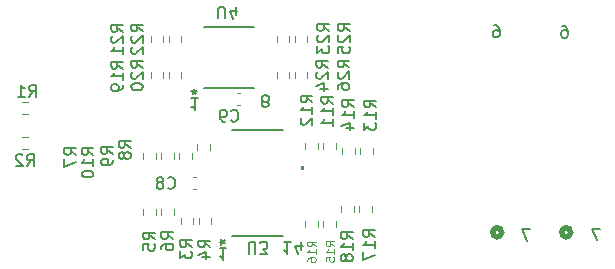
<source format=gbr>
%TF.GenerationSoftware,KiCad,Pcbnew,7.0.6*%
%TF.CreationDate,2023-07-26T14:22:16+03:00*%
%TF.ProjectId,Accelerometru,41636365-6c65-4726-9f6d-657472752e6b,rev?*%
%TF.SameCoordinates,Original*%
%TF.FileFunction,Legend,Bot*%
%TF.FilePolarity,Positive*%
%FSLAX46Y46*%
G04 Gerber Fmt 4.6, Leading zero omitted, Abs format (unit mm)*
G04 Created by KiCad (PCBNEW 7.0.6) date 2023-07-26 14:22:16*
%MOMM*%
%LPD*%
G01*
G04 APERTURE LIST*
%ADD10C,0.150000*%
%ADD11C,0.100000*%
%ADD12C,0.508000*%
%ADD13C,0.120000*%
%ADD14C,0.152400*%
G04 APERTURE END LIST*
D10*
X194099636Y-74641609D02*
X194004398Y-74689228D01*
X194004398Y-74689228D02*
X193956779Y-74736847D01*
X193956779Y-74736847D02*
X193909160Y-74832085D01*
X193909160Y-74832085D02*
X193909160Y-74879704D01*
X193909160Y-74879704D02*
X193956779Y-74974942D01*
X193956779Y-74974942D02*
X194004398Y-75022561D01*
X194004398Y-75022561D02*
X194099636Y-75070180D01*
X194099636Y-75070180D02*
X194290112Y-75070180D01*
X194290112Y-75070180D02*
X194385350Y-75022561D01*
X194385350Y-75022561D02*
X194432969Y-74974942D01*
X194432969Y-74974942D02*
X194480588Y-74879704D01*
X194480588Y-74879704D02*
X194480588Y-74832085D01*
X194480588Y-74832085D02*
X194432969Y-74736847D01*
X194432969Y-74736847D02*
X194385350Y-74689228D01*
X194385350Y-74689228D02*
X194290112Y-74641609D01*
X194290112Y-74641609D02*
X194099636Y-74641609D01*
X194099636Y-74641609D02*
X194004398Y-74593990D01*
X194004398Y-74593990D02*
X193956779Y-74546371D01*
X193956779Y-74546371D02*
X193909160Y-74451133D01*
X193909160Y-74451133D02*
X193909160Y-74260657D01*
X193909160Y-74260657D02*
X193956779Y-74165419D01*
X193956779Y-74165419D02*
X194004398Y-74117800D01*
X194004398Y-74117800D02*
X194099636Y-74070180D01*
X194099636Y-74070180D02*
X194290112Y-74070180D01*
X194290112Y-74070180D02*
X194385350Y-74117800D01*
X194385350Y-74117800D02*
X194432969Y-74165419D01*
X194432969Y-74165419D02*
X194480588Y-74260657D01*
X194480588Y-74260657D02*
X194480588Y-74451133D01*
X194480588Y-74451133D02*
X194432969Y-74546371D01*
X194432969Y-74546371D02*
X194385350Y-74593990D01*
X194385350Y-74593990D02*
X194290112Y-74641609D01*
X196360588Y-86500180D02*
X195789160Y-86500180D01*
X196074874Y-86500180D02*
X196074874Y-87500180D01*
X196074874Y-87500180D02*
X195979636Y-87357323D01*
X195979636Y-87357323D02*
X195884398Y-87262085D01*
X195884398Y-87262085D02*
X195789160Y-87214466D01*
X197217731Y-87166847D02*
X197217731Y-86500180D01*
X196979636Y-87547800D02*
X196741541Y-86833514D01*
X196741541Y-86833514D02*
X197360588Y-86833514D01*
X188520588Y-74330180D02*
X187949160Y-74330180D01*
X188234874Y-74330180D02*
X188234874Y-75330180D01*
X188234874Y-75330180D02*
X188139636Y-75187323D01*
X188139636Y-75187323D02*
X188044398Y-75092085D01*
X188044398Y-75092085D02*
X187949160Y-75044466D01*
X190900588Y-87020180D02*
X190329160Y-87020180D01*
X190614874Y-87020180D02*
X190614874Y-88020180D01*
X190614874Y-88020180D02*
X190519636Y-87877323D01*
X190519636Y-87877323D02*
X190424398Y-87782085D01*
X190424398Y-87782085D02*
X190329160Y-87734466D01*
X213554649Y-68179819D02*
X213745125Y-68179819D01*
X213745125Y-68179819D02*
X213840363Y-68227438D01*
X213840363Y-68227438D02*
X213887982Y-68275057D01*
X213887982Y-68275057D02*
X213983220Y-68417914D01*
X213983220Y-68417914D02*
X214030839Y-68608390D01*
X214030839Y-68608390D02*
X214030839Y-68989342D01*
X214030839Y-68989342D02*
X213983220Y-69084580D01*
X213983220Y-69084580D02*
X213935601Y-69132200D01*
X213935601Y-69132200D02*
X213840363Y-69179819D01*
X213840363Y-69179819D02*
X213649887Y-69179819D01*
X213649887Y-69179819D02*
X213554649Y-69132200D01*
X213554649Y-69132200D02*
X213507030Y-69084580D01*
X213507030Y-69084580D02*
X213459411Y-68989342D01*
X213459411Y-68989342D02*
X213459411Y-68751247D01*
X213459411Y-68751247D02*
X213507030Y-68656009D01*
X213507030Y-68656009D02*
X213554649Y-68608390D01*
X213554649Y-68608390D02*
X213649887Y-68560771D01*
X213649887Y-68560771D02*
X213840363Y-68560771D01*
X213840363Y-68560771D02*
X213935601Y-68608390D01*
X213935601Y-68608390D02*
X213983220Y-68656009D01*
X213983220Y-68656009D02*
X214030839Y-68751247D01*
X219334649Y-68209819D02*
X219525125Y-68209819D01*
X219525125Y-68209819D02*
X219620363Y-68257438D01*
X219620363Y-68257438D02*
X219667982Y-68305057D01*
X219667982Y-68305057D02*
X219763220Y-68447914D01*
X219763220Y-68447914D02*
X219810839Y-68638390D01*
X219810839Y-68638390D02*
X219810839Y-69019342D01*
X219810839Y-69019342D02*
X219763220Y-69114580D01*
X219763220Y-69114580D02*
X219715601Y-69162200D01*
X219715601Y-69162200D02*
X219620363Y-69209819D01*
X219620363Y-69209819D02*
X219429887Y-69209819D01*
X219429887Y-69209819D02*
X219334649Y-69162200D01*
X219334649Y-69162200D02*
X219287030Y-69114580D01*
X219287030Y-69114580D02*
X219239411Y-69019342D01*
X219239411Y-69019342D02*
X219239411Y-68781247D01*
X219239411Y-68781247D02*
X219287030Y-68686009D01*
X219287030Y-68686009D02*
X219334649Y-68638390D01*
X219334649Y-68638390D02*
X219429887Y-68590771D01*
X219429887Y-68590771D02*
X219620363Y-68590771D01*
X219620363Y-68590771D02*
X219715601Y-68638390D01*
X219715601Y-68638390D02*
X219763220Y-68686009D01*
X219763220Y-68686009D02*
X219810839Y-68781247D01*
X222498458Y-85379819D02*
X221831792Y-85379819D01*
X221831792Y-85379819D02*
X222260363Y-86379819D01*
X216638458Y-85399819D02*
X215971792Y-85399819D01*
X215971792Y-85399819D02*
X216400363Y-86399819D01*
X182794819Y-78523333D02*
X182318628Y-78190000D01*
X182794819Y-77951905D02*
X181794819Y-77951905D01*
X181794819Y-77951905D02*
X181794819Y-78332857D01*
X181794819Y-78332857D02*
X181842438Y-78428095D01*
X181842438Y-78428095D02*
X181890057Y-78475714D01*
X181890057Y-78475714D02*
X181985295Y-78523333D01*
X181985295Y-78523333D02*
X182128152Y-78523333D01*
X182128152Y-78523333D02*
X182223390Y-78475714D01*
X182223390Y-78475714D02*
X182271009Y-78428095D01*
X182271009Y-78428095D02*
X182318628Y-78332857D01*
X182318628Y-78332857D02*
X182318628Y-77951905D01*
X182223390Y-79094762D02*
X182175771Y-78999524D01*
X182175771Y-78999524D02*
X182128152Y-78951905D01*
X182128152Y-78951905D02*
X182032914Y-78904286D01*
X182032914Y-78904286D02*
X181985295Y-78904286D01*
X181985295Y-78904286D02*
X181890057Y-78951905D01*
X181890057Y-78951905D02*
X181842438Y-78999524D01*
X181842438Y-78999524D02*
X181794819Y-79094762D01*
X181794819Y-79094762D02*
X181794819Y-79285238D01*
X181794819Y-79285238D02*
X181842438Y-79380476D01*
X181842438Y-79380476D02*
X181890057Y-79428095D01*
X181890057Y-79428095D02*
X181985295Y-79475714D01*
X181985295Y-79475714D02*
X182032914Y-79475714D01*
X182032914Y-79475714D02*
X182128152Y-79428095D01*
X182128152Y-79428095D02*
X182175771Y-79380476D01*
X182175771Y-79380476D02*
X182223390Y-79285238D01*
X182223390Y-79285238D02*
X182223390Y-79094762D01*
X182223390Y-79094762D02*
X182271009Y-78999524D01*
X182271009Y-78999524D02*
X182318628Y-78951905D01*
X182318628Y-78951905D02*
X182413866Y-78904286D01*
X182413866Y-78904286D02*
X182604342Y-78904286D01*
X182604342Y-78904286D02*
X182699580Y-78951905D01*
X182699580Y-78951905D02*
X182747200Y-78999524D01*
X182747200Y-78999524D02*
X182794819Y-79094762D01*
X182794819Y-79094762D02*
X182794819Y-79285238D01*
X182794819Y-79285238D02*
X182747200Y-79380476D01*
X182747200Y-79380476D02*
X182699580Y-79428095D01*
X182699580Y-79428095D02*
X182604342Y-79475714D01*
X182604342Y-79475714D02*
X182413866Y-79475714D01*
X182413866Y-79475714D02*
X182318628Y-79428095D01*
X182318628Y-79428095D02*
X182271009Y-79380476D01*
X182271009Y-79380476D02*
X182223390Y-79285238D01*
X199514819Y-71747142D02*
X199038628Y-71413809D01*
X199514819Y-71175714D02*
X198514819Y-71175714D01*
X198514819Y-71175714D02*
X198514819Y-71556666D01*
X198514819Y-71556666D02*
X198562438Y-71651904D01*
X198562438Y-71651904D02*
X198610057Y-71699523D01*
X198610057Y-71699523D02*
X198705295Y-71747142D01*
X198705295Y-71747142D02*
X198848152Y-71747142D01*
X198848152Y-71747142D02*
X198943390Y-71699523D01*
X198943390Y-71699523D02*
X198991009Y-71651904D01*
X198991009Y-71651904D02*
X199038628Y-71556666D01*
X199038628Y-71556666D02*
X199038628Y-71175714D01*
X198610057Y-72128095D02*
X198562438Y-72175714D01*
X198562438Y-72175714D02*
X198514819Y-72270952D01*
X198514819Y-72270952D02*
X198514819Y-72509047D01*
X198514819Y-72509047D02*
X198562438Y-72604285D01*
X198562438Y-72604285D02*
X198610057Y-72651904D01*
X198610057Y-72651904D02*
X198705295Y-72699523D01*
X198705295Y-72699523D02*
X198800533Y-72699523D01*
X198800533Y-72699523D02*
X198943390Y-72651904D01*
X198943390Y-72651904D02*
X199514819Y-72080476D01*
X199514819Y-72080476D02*
X199514819Y-72699523D01*
X198848152Y-73556666D02*
X199514819Y-73556666D01*
X198467200Y-73318571D02*
X199181485Y-73080476D01*
X199181485Y-73080476D02*
X199181485Y-73699523D01*
X201344819Y-68637142D02*
X200868628Y-68303809D01*
X201344819Y-68065714D02*
X200344819Y-68065714D01*
X200344819Y-68065714D02*
X200344819Y-68446666D01*
X200344819Y-68446666D02*
X200392438Y-68541904D01*
X200392438Y-68541904D02*
X200440057Y-68589523D01*
X200440057Y-68589523D02*
X200535295Y-68637142D01*
X200535295Y-68637142D02*
X200678152Y-68637142D01*
X200678152Y-68637142D02*
X200773390Y-68589523D01*
X200773390Y-68589523D02*
X200821009Y-68541904D01*
X200821009Y-68541904D02*
X200868628Y-68446666D01*
X200868628Y-68446666D02*
X200868628Y-68065714D01*
X200440057Y-69018095D02*
X200392438Y-69065714D01*
X200392438Y-69065714D02*
X200344819Y-69160952D01*
X200344819Y-69160952D02*
X200344819Y-69399047D01*
X200344819Y-69399047D02*
X200392438Y-69494285D01*
X200392438Y-69494285D02*
X200440057Y-69541904D01*
X200440057Y-69541904D02*
X200535295Y-69589523D01*
X200535295Y-69589523D02*
X200630533Y-69589523D01*
X200630533Y-69589523D02*
X200773390Y-69541904D01*
X200773390Y-69541904D02*
X201344819Y-68970476D01*
X201344819Y-68970476D02*
X201344819Y-69589523D01*
X200344819Y-70494285D02*
X200344819Y-70018095D01*
X200344819Y-70018095D02*
X200821009Y-69970476D01*
X200821009Y-69970476D02*
X200773390Y-70018095D01*
X200773390Y-70018095D02*
X200725771Y-70113333D01*
X200725771Y-70113333D02*
X200725771Y-70351428D01*
X200725771Y-70351428D02*
X200773390Y-70446666D01*
X200773390Y-70446666D02*
X200821009Y-70494285D01*
X200821009Y-70494285D02*
X200916247Y-70541904D01*
X200916247Y-70541904D02*
X201154342Y-70541904D01*
X201154342Y-70541904D02*
X201249580Y-70494285D01*
X201249580Y-70494285D02*
X201297200Y-70446666D01*
X201297200Y-70446666D02*
X201344819Y-70351428D01*
X201344819Y-70351428D02*
X201344819Y-70113333D01*
X201344819Y-70113333D02*
X201297200Y-70018095D01*
X201297200Y-70018095D02*
X201249580Y-69970476D01*
X201604819Y-86227142D02*
X201128628Y-85893809D01*
X201604819Y-85655714D02*
X200604819Y-85655714D01*
X200604819Y-85655714D02*
X200604819Y-86036666D01*
X200604819Y-86036666D02*
X200652438Y-86131904D01*
X200652438Y-86131904D02*
X200700057Y-86179523D01*
X200700057Y-86179523D02*
X200795295Y-86227142D01*
X200795295Y-86227142D02*
X200938152Y-86227142D01*
X200938152Y-86227142D02*
X201033390Y-86179523D01*
X201033390Y-86179523D02*
X201081009Y-86131904D01*
X201081009Y-86131904D02*
X201128628Y-86036666D01*
X201128628Y-86036666D02*
X201128628Y-85655714D01*
X201604819Y-87179523D02*
X201604819Y-86608095D01*
X201604819Y-86893809D02*
X200604819Y-86893809D01*
X200604819Y-86893809D02*
X200747676Y-86798571D01*
X200747676Y-86798571D02*
X200842914Y-86703333D01*
X200842914Y-86703333D02*
X200890533Y-86608095D01*
X201033390Y-87750952D02*
X200985771Y-87655714D01*
X200985771Y-87655714D02*
X200938152Y-87608095D01*
X200938152Y-87608095D02*
X200842914Y-87560476D01*
X200842914Y-87560476D02*
X200795295Y-87560476D01*
X200795295Y-87560476D02*
X200700057Y-87608095D01*
X200700057Y-87608095D02*
X200652438Y-87655714D01*
X200652438Y-87655714D02*
X200604819Y-87750952D01*
X200604819Y-87750952D02*
X200604819Y-87941428D01*
X200604819Y-87941428D02*
X200652438Y-88036666D01*
X200652438Y-88036666D02*
X200700057Y-88084285D01*
X200700057Y-88084285D02*
X200795295Y-88131904D01*
X200795295Y-88131904D02*
X200842914Y-88131904D01*
X200842914Y-88131904D02*
X200938152Y-88084285D01*
X200938152Y-88084285D02*
X200985771Y-88036666D01*
X200985771Y-88036666D02*
X201033390Y-87941428D01*
X201033390Y-87941428D02*
X201033390Y-87750952D01*
X201033390Y-87750952D02*
X201081009Y-87655714D01*
X201081009Y-87655714D02*
X201128628Y-87608095D01*
X201128628Y-87608095D02*
X201223866Y-87560476D01*
X201223866Y-87560476D02*
X201414342Y-87560476D01*
X201414342Y-87560476D02*
X201509580Y-87608095D01*
X201509580Y-87608095D02*
X201557200Y-87655714D01*
X201557200Y-87655714D02*
X201604819Y-87750952D01*
X201604819Y-87750952D02*
X201604819Y-87941428D01*
X201604819Y-87941428D02*
X201557200Y-88036666D01*
X201557200Y-88036666D02*
X201509580Y-88084285D01*
X201509580Y-88084285D02*
X201414342Y-88131904D01*
X201414342Y-88131904D02*
X201223866Y-88131904D01*
X201223866Y-88131904D02*
X201128628Y-88084285D01*
X201128628Y-88084285D02*
X201081009Y-88036666D01*
X201081009Y-88036666D02*
X201033390Y-87941428D01*
X199954819Y-74787142D02*
X199478628Y-74453809D01*
X199954819Y-74215714D02*
X198954819Y-74215714D01*
X198954819Y-74215714D02*
X198954819Y-74596666D01*
X198954819Y-74596666D02*
X199002438Y-74691904D01*
X199002438Y-74691904D02*
X199050057Y-74739523D01*
X199050057Y-74739523D02*
X199145295Y-74787142D01*
X199145295Y-74787142D02*
X199288152Y-74787142D01*
X199288152Y-74787142D02*
X199383390Y-74739523D01*
X199383390Y-74739523D02*
X199431009Y-74691904D01*
X199431009Y-74691904D02*
X199478628Y-74596666D01*
X199478628Y-74596666D02*
X199478628Y-74215714D01*
X199954819Y-75739523D02*
X199954819Y-75168095D01*
X199954819Y-75453809D02*
X198954819Y-75453809D01*
X198954819Y-75453809D02*
X199097676Y-75358571D01*
X199097676Y-75358571D02*
X199192914Y-75263333D01*
X199192914Y-75263333D02*
X199240533Y-75168095D01*
X199954819Y-76691904D02*
X199954819Y-76120476D01*
X199954819Y-76406190D02*
X198954819Y-76406190D01*
X198954819Y-76406190D02*
X199097676Y-76310952D01*
X199097676Y-76310952D02*
X199192914Y-76215714D01*
X199192914Y-76215714D02*
X199240533Y-76120476D01*
X184864819Y-86283333D02*
X184388628Y-85950000D01*
X184864819Y-85711905D02*
X183864819Y-85711905D01*
X183864819Y-85711905D02*
X183864819Y-86092857D01*
X183864819Y-86092857D02*
X183912438Y-86188095D01*
X183912438Y-86188095D02*
X183960057Y-86235714D01*
X183960057Y-86235714D02*
X184055295Y-86283333D01*
X184055295Y-86283333D02*
X184198152Y-86283333D01*
X184198152Y-86283333D02*
X184293390Y-86235714D01*
X184293390Y-86235714D02*
X184341009Y-86188095D01*
X184341009Y-86188095D02*
X184388628Y-86092857D01*
X184388628Y-86092857D02*
X184388628Y-85711905D01*
X183864819Y-87188095D02*
X183864819Y-86711905D01*
X183864819Y-86711905D02*
X184341009Y-86664286D01*
X184341009Y-86664286D02*
X184293390Y-86711905D01*
X184293390Y-86711905D02*
X184245771Y-86807143D01*
X184245771Y-86807143D02*
X184245771Y-87045238D01*
X184245771Y-87045238D02*
X184293390Y-87140476D01*
X184293390Y-87140476D02*
X184341009Y-87188095D01*
X184341009Y-87188095D02*
X184436247Y-87235714D01*
X184436247Y-87235714D02*
X184674342Y-87235714D01*
X184674342Y-87235714D02*
X184769580Y-87188095D01*
X184769580Y-87188095D02*
X184817200Y-87140476D01*
X184817200Y-87140476D02*
X184864819Y-87045238D01*
X184864819Y-87045238D02*
X184864819Y-86807143D01*
X184864819Y-86807143D02*
X184817200Y-86711905D01*
X184817200Y-86711905D02*
X184769580Y-86664286D01*
X174196666Y-74214819D02*
X174529999Y-73738628D01*
X174768094Y-74214819D02*
X174768094Y-73214819D01*
X174768094Y-73214819D02*
X174387142Y-73214819D01*
X174387142Y-73214819D02*
X174291904Y-73262438D01*
X174291904Y-73262438D02*
X174244285Y-73310057D01*
X174244285Y-73310057D02*
X174196666Y-73405295D01*
X174196666Y-73405295D02*
X174196666Y-73548152D01*
X174196666Y-73548152D02*
X174244285Y-73643390D01*
X174244285Y-73643390D02*
X174291904Y-73691009D01*
X174291904Y-73691009D02*
X174387142Y-73738628D01*
X174387142Y-73738628D02*
X174768094Y-73738628D01*
X173244285Y-74214819D02*
X173815713Y-74214819D01*
X173529999Y-74214819D02*
X173529999Y-73214819D01*
X173529999Y-73214819D02*
X173625237Y-73357676D01*
X173625237Y-73357676D02*
X173720475Y-73452914D01*
X173720475Y-73452914D02*
X173815713Y-73500533D01*
X186404819Y-86263333D02*
X185928628Y-85930000D01*
X186404819Y-85691905D02*
X185404819Y-85691905D01*
X185404819Y-85691905D02*
X185404819Y-86072857D01*
X185404819Y-86072857D02*
X185452438Y-86168095D01*
X185452438Y-86168095D02*
X185500057Y-86215714D01*
X185500057Y-86215714D02*
X185595295Y-86263333D01*
X185595295Y-86263333D02*
X185738152Y-86263333D01*
X185738152Y-86263333D02*
X185833390Y-86215714D01*
X185833390Y-86215714D02*
X185881009Y-86168095D01*
X185881009Y-86168095D02*
X185928628Y-86072857D01*
X185928628Y-86072857D02*
X185928628Y-85691905D01*
X185404819Y-87120476D02*
X185404819Y-86930000D01*
X185404819Y-86930000D02*
X185452438Y-86834762D01*
X185452438Y-86834762D02*
X185500057Y-86787143D01*
X185500057Y-86787143D02*
X185642914Y-86691905D01*
X185642914Y-86691905D02*
X185833390Y-86644286D01*
X185833390Y-86644286D02*
X186214342Y-86644286D01*
X186214342Y-86644286D02*
X186309580Y-86691905D01*
X186309580Y-86691905D02*
X186357200Y-86739524D01*
X186357200Y-86739524D02*
X186404819Y-86834762D01*
X186404819Y-86834762D02*
X186404819Y-87025238D01*
X186404819Y-87025238D02*
X186357200Y-87120476D01*
X186357200Y-87120476D02*
X186309580Y-87168095D01*
X186309580Y-87168095D02*
X186214342Y-87215714D01*
X186214342Y-87215714D02*
X185976247Y-87215714D01*
X185976247Y-87215714D02*
X185881009Y-87168095D01*
X185881009Y-87168095D02*
X185833390Y-87120476D01*
X185833390Y-87120476D02*
X185785771Y-87025238D01*
X185785771Y-87025238D02*
X185785771Y-86834762D01*
X185785771Y-86834762D02*
X185833390Y-86739524D01*
X185833390Y-86739524D02*
X185881009Y-86691905D01*
X185881009Y-86691905D02*
X185976247Y-86644286D01*
X174006666Y-80064819D02*
X174339999Y-79588628D01*
X174578094Y-80064819D02*
X174578094Y-79064819D01*
X174578094Y-79064819D02*
X174197142Y-79064819D01*
X174197142Y-79064819D02*
X174101904Y-79112438D01*
X174101904Y-79112438D02*
X174054285Y-79160057D01*
X174054285Y-79160057D02*
X174006666Y-79255295D01*
X174006666Y-79255295D02*
X174006666Y-79398152D01*
X174006666Y-79398152D02*
X174054285Y-79493390D01*
X174054285Y-79493390D02*
X174101904Y-79541009D01*
X174101904Y-79541009D02*
X174197142Y-79588628D01*
X174197142Y-79588628D02*
X174578094Y-79588628D01*
X173625713Y-79160057D02*
X173578094Y-79112438D01*
X173578094Y-79112438D02*
X173482856Y-79064819D01*
X173482856Y-79064819D02*
X173244761Y-79064819D01*
X173244761Y-79064819D02*
X173149523Y-79112438D01*
X173149523Y-79112438D02*
X173101904Y-79160057D01*
X173101904Y-79160057D02*
X173054285Y-79255295D01*
X173054285Y-79255295D02*
X173054285Y-79350533D01*
X173054285Y-79350533D02*
X173101904Y-79493390D01*
X173101904Y-79493390D02*
X173673332Y-80064819D01*
X173673332Y-80064819D02*
X173054285Y-80064819D01*
X181294819Y-79063333D02*
X180818628Y-78730000D01*
X181294819Y-78491905D02*
X180294819Y-78491905D01*
X180294819Y-78491905D02*
X180294819Y-78872857D01*
X180294819Y-78872857D02*
X180342438Y-78968095D01*
X180342438Y-78968095D02*
X180390057Y-79015714D01*
X180390057Y-79015714D02*
X180485295Y-79063333D01*
X180485295Y-79063333D02*
X180628152Y-79063333D01*
X180628152Y-79063333D02*
X180723390Y-79015714D01*
X180723390Y-79015714D02*
X180771009Y-78968095D01*
X180771009Y-78968095D02*
X180818628Y-78872857D01*
X180818628Y-78872857D02*
X180818628Y-78491905D01*
X181294819Y-79539524D02*
X181294819Y-79730000D01*
X181294819Y-79730000D02*
X181247200Y-79825238D01*
X181247200Y-79825238D02*
X181199580Y-79872857D01*
X181199580Y-79872857D02*
X181056723Y-79968095D01*
X181056723Y-79968095D02*
X180866247Y-80015714D01*
X180866247Y-80015714D02*
X180485295Y-80015714D01*
X180485295Y-80015714D02*
X180390057Y-79968095D01*
X180390057Y-79968095D02*
X180342438Y-79920476D01*
X180342438Y-79920476D02*
X180294819Y-79825238D01*
X180294819Y-79825238D02*
X180294819Y-79634762D01*
X180294819Y-79634762D02*
X180342438Y-79539524D01*
X180342438Y-79539524D02*
X180390057Y-79491905D01*
X180390057Y-79491905D02*
X180485295Y-79444286D01*
X180485295Y-79444286D02*
X180723390Y-79444286D01*
X180723390Y-79444286D02*
X180818628Y-79491905D01*
X180818628Y-79491905D02*
X180866247Y-79539524D01*
X180866247Y-79539524D02*
X180913866Y-79634762D01*
X180913866Y-79634762D02*
X180913866Y-79825238D01*
X180913866Y-79825238D02*
X180866247Y-79920476D01*
X180866247Y-79920476D02*
X180818628Y-79968095D01*
X180818628Y-79968095D02*
X180723390Y-80015714D01*
X192788095Y-87505180D02*
X192788095Y-86695657D01*
X192788095Y-86695657D02*
X192835714Y-86600419D01*
X192835714Y-86600419D02*
X192883333Y-86552800D01*
X192883333Y-86552800D02*
X192978571Y-86505180D01*
X192978571Y-86505180D02*
X193169047Y-86505180D01*
X193169047Y-86505180D02*
X193264285Y-86552800D01*
X193264285Y-86552800D02*
X193311904Y-86600419D01*
X193311904Y-86600419D02*
X193359523Y-86695657D01*
X193359523Y-86695657D02*
X193359523Y-87505180D01*
X193740476Y-87505180D02*
X194359523Y-87505180D01*
X194359523Y-87505180D02*
X194026190Y-87124228D01*
X194026190Y-87124228D02*
X194169047Y-87124228D01*
X194169047Y-87124228D02*
X194264285Y-87076609D01*
X194264285Y-87076609D02*
X194311904Y-87028990D01*
X194311904Y-87028990D02*
X194359523Y-86933752D01*
X194359523Y-86933752D02*
X194359523Y-86695657D01*
X194359523Y-86695657D02*
X194311904Y-86600419D01*
X194311904Y-86600419D02*
X194264285Y-86552800D01*
X194264285Y-86552800D02*
X194169047Y-86505180D01*
X194169047Y-86505180D02*
X193883333Y-86505180D01*
X193883333Y-86505180D02*
X193788095Y-86552800D01*
X193788095Y-86552800D02*
X193740476Y-86600419D01*
X190334819Y-86490000D02*
X190572914Y-86490000D01*
X190477676Y-86251905D02*
X190572914Y-86490000D01*
X190572914Y-86490000D02*
X190477676Y-86728095D01*
X190763390Y-86347143D02*
X190572914Y-86490000D01*
X190572914Y-86490000D02*
X190763390Y-86632857D01*
X178194819Y-79143333D02*
X177718628Y-78810000D01*
X178194819Y-78571905D02*
X177194819Y-78571905D01*
X177194819Y-78571905D02*
X177194819Y-78952857D01*
X177194819Y-78952857D02*
X177242438Y-79048095D01*
X177242438Y-79048095D02*
X177290057Y-79095714D01*
X177290057Y-79095714D02*
X177385295Y-79143333D01*
X177385295Y-79143333D02*
X177528152Y-79143333D01*
X177528152Y-79143333D02*
X177623390Y-79095714D01*
X177623390Y-79095714D02*
X177671009Y-79048095D01*
X177671009Y-79048095D02*
X177718628Y-78952857D01*
X177718628Y-78952857D02*
X177718628Y-78571905D01*
X177194819Y-79476667D02*
X177194819Y-80143333D01*
X177194819Y-80143333D02*
X178194819Y-79714762D01*
D11*
X198468633Y-86869999D02*
X198135300Y-86636666D01*
X198468633Y-86469999D02*
X197768633Y-86469999D01*
X197768633Y-86469999D02*
X197768633Y-86736666D01*
X197768633Y-86736666D02*
X197801966Y-86803333D01*
X197801966Y-86803333D02*
X197835300Y-86836666D01*
X197835300Y-86836666D02*
X197901966Y-86869999D01*
X197901966Y-86869999D02*
X198001966Y-86869999D01*
X198001966Y-86869999D02*
X198068633Y-86836666D01*
X198068633Y-86836666D02*
X198101966Y-86803333D01*
X198101966Y-86803333D02*
X198135300Y-86736666D01*
X198135300Y-86736666D02*
X198135300Y-86469999D01*
X198468633Y-87536666D02*
X198468633Y-87136666D01*
X198468633Y-87336666D02*
X197768633Y-87336666D01*
X197768633Y-87336666D02*
X197868633Y-87269999D01*
X197868633Y-87269999D02*
X197935300Y-87203333D01*
X197935300Y-87203333D02*
X197968633Y-87136666D01*
X197768633Y-88136666D02*
X197768633Y-88003333D01*
X197768633Y-88003333D02*
X197801966Y-87936666D01*
X197801966Y-87936666D02*
X197835300Y-87903333D01*
X197835300Y-87903333D02*
X197935300Y-87836666D01*
X197935300Y-87836666D02*
X198068633Y-87803333D01*
X198068633Y-87803333D02*
X198335300Y-87803333D01*
X198335300Y-87803333D02*
X198401966Y-87836666D01*
X198401966Y-87836666D02*
X198435300Y-87870000D01*
X198435300Y-87870000D02*
X198468633Y-87936666D01*
X198468633Y-87936666D02*
X198468633Y-88070000D01*
X198468633Y-88070000D02*
X198435300Y-88136666D01*
X198435300Y-88136666D02*
X198401966Y-88170000D01*
X198401966Y-88170000D02*
X198335300Y-88203333D01*
X198335300Y-88203333D02*
X198168633Y-88203333D01*
X198168633Y-88203333D02*
X198101966Y-88170000D01*
X198101966Y-88170000D02*
X198068633Y-88136666D01*
X198068633Y-88136666D02*
X198035300Y-88070000D01*
X198035300Y-88070000D02*
X198035300Y-87936666D01*
X198035300Y-87936666D02*
X198068633Y-87870000D01*
X198068633Y-87870000D02*
X198101966Y-87836666D01*
X198101966Y-87836666D02*
X198168633Y-87803333D01*
D10*
X199604819Y-68637142D02*
X199128628Y-68303809D01*
X199604819Y-68065714D02*
X198604819Y-68065714D01*
X198604819Y-68065714D02*
X198604819Y-68446666D01*
X198604819Y-68446666D02*
X198652438Y-68541904D01*
X198652438Y-68541904D02*
X198700057Y-68589523D01*
X198700057Y-68589523D02*
X198795295Y-68637142D01*
X198795295Y-68637142D02*
X198938152Y-68637142D01*
X198938152Y-68637142D02*
X199033390Y-68589523D01*
X199033390Y-68589523D02*
X199081009Y-68541904D01*
X199081009Y-68541904D02*
X199128628Y-68446666D01*
X199128628Y-68446666D02*
X199128628Y-68065714D01*
X198700057Y-69018095D02*
X198652438Y-69065714D01*
X198652438Y-69065714D02*
X198604819Y-69160952D01*
X198604819Y-69160952D02*
X198604819Y-69399047D01*
X198604819Y-69399047D02*
X198652438Y-69494285D01*
X198652438Y-69494285D02*
X198700057Y-69541904D01*
X198700057Y-69541904D02*
X198795295Y-69589523D01*
X198795295Y-69589523D02*
X198890533Y-69589523D01*
X198890533Y-69589523D02*
X199033390Y-69541904D01*
X199033390Y-69541904D02*
X199604819Y-68970476D01*
X199604819Y-68970476D02*
X199604819Y-69589523D01*
X198604819Y-69922857D02*
X198604819Y-70541904D01*
X198604819Y-70541904D02*
X198985771Y-70208571D01*
X198985771Y-70208571D02*
X198985771Y-70351428D01*
X198985771Y-70351428D02*
X199033390Y-70446666D01*
X199033390Y-70446666D02*
X199081009Y-70494285D01*
X199081009Y-70494285D02*
X199176247Y-70541904D01*
X199176247Y-70541904D02*
X199414342Y-70541904D01*
X199414342Y-70541904D02*
X199509580Y-70494285D01*
X199509580Y-70494285D02*
X199557200Y-70446666D01*
X199557200Y-70446666D02*
X199604819Y-70351428D01*
X199604819Y-70351428D02*
X199604819Y-70065714D01*
X199604819Y-70065714D02*
X199557200Y-69970476D01*
X199557200Y-69970476D02*
X199509580Y-69922857D01*
X183844819Y-68677142D02*
X183368628Y-68343809D01*
X183844819Y-68105714D02*
X182844819Y-68105714D01*
X182844819Y-68105714D02*
X182844819Y-68486666D01*
X182844819Y-68486666D02*
X182892438Y-68581904D01*
X182892438Y-68581904D02*
X182940057Y-68629523D01*
X182940057Y-68629523D02*
X183035295Y-68677142D01*
X183035295Y-68677142D02*
X183178152Y-68677142D01*
X183178152Y-68677142D02*
X183273390Y-68629523D01*
X183273390Y-68629523D02*
X183321009Y-68581904D01*
X183321009Y-68581904D02*
X183368628Y-68486666D01*
X183368628Y-68486666D02*
X183368628Y-68105714D01*
X182940057Y-69058095D02*
X182892438Y-69105714D01*
X182892438Y-69105714D02*
X182844819Y-69200952D01*
X182844819Y-69200952D02*
X182844819Y-69439047D01*
X182844819Y-69439047D02*
X182892438Y-69534285D01*
X182892438Y-69534285D02*
X182940057Y-69581904D01*
X182940057Y-69581904D02*
X183035295Y-69629523D01*
X183035295Y-69629523D02*
X183130533Y-69629523D01*
X183130533Y-69629523D02*
X183273390Y-69581904D01*
X183273390Y-69581904D02*
X183844819Y-69010476D01*
X183844819Y-69010476D02*
X183844819Y-69629523D01*
X182940057Y-70010476D02*
X182892438Y-70058095D01*
X182892438Y-70058095D02*
X182844819Y-70153333D01*
X182844819Y-70153333D02*
X182844819Y-70391428D01*
X182844819Y-70391428D02*
X182892438Y-70486666D01*
X182892438Y-70486666D02*
X182940057Y-70534285D01*
X182940057Y-70534285D02*
X183035295Y-70581904D01*
X183035295Y-70581904D02*
X183130533Y-70581904D01*
X183130533Y-70581904D02*
X183273390Y-70534285D01*
X183273390Y-70534285D02*
X183844819Y-69962857D01*
X183844819Y-69962857D02*
X183844819Y-70581904D01*
X203554819Y-75117142D02*
X203078628Y-74783809D01*
X203554819Y-74545714D02*
X202554819Y-74545714D01*
X202554819Y-74545714D02*
X202554819Y-74926666D01*
X202554819Y-74926666D02*
X202602438Y-75021904D01*
X202602438Y-75021904D02*
X202650057Y-75069523D01*
X202650057Y-75069523D02*
X202745295Y-75117142D01*
X202745295Y-75117142D02*
X202888152Y-75117142D01*
X202888152Y-75117142D02*
X202983390Y-75069523D01*
X202983390Y-75069523D02*
X203031009Y-75021904D01*
X203031009Y-75021904D02*
X203078628Y-74926666D01*
X203078628Y-74926666D02*
X203078628Y-74545714D01*
X203554819Y-76069523D02*
X203554819Y-75498095D01*
X203554819Y-75783809D02*
X202554819Y-75783809D01*
X202554819Y-75783809D02*
X202697676Y-75688571D01*
X202697676Y-75688571D02*
X202792914Y-75593333D01*
X202792914Y-75593333D02*
X202840533Y-75498095D01*
X202554819Y-76402857D02*
X202554819Y-77021904D01*
X202554819Y-77021904D02*
X202935771Y-76688571D01*
X202935771Y-76688571D02*
X202935771Y-76831428D01*
X202935771Y-76831428D02*
X202983390Y-76926666D01*
X202983390Y-76926666D02*
X203031009Y-76974285D01*
X203031009Y-76974285D02*
X203126247Y-77021904D01*
X203126247Y-77021904D02*
X203364342Y-77021904D01*
X203364342Y-77021904D02*
X203459580Y-76974285D01*
X203459580Y-76974285D02*
X203507200Y-76926666D01*
X203507200Y-76926666D02*
X203554819Y-76831428D01*
X203554819Y-76831428D02*
X203554819Y-76545714D01*
X203554819Y-76545714D02*
X203507200Y-76450476D01*
X203507200Y-76450476D02*
X203459580Y-76402857D01*
D11*
X200038633Y-86849999D02*
X199705300Y-86616666D01*
X200038633Y-86449999D02*
X199338633Y-86449999D01*
X199338633Y-86449999D02*
X199338633Y-86716666D01*
X199338633Y-86716666D02*
X199371966Y-86783333D01*
X199371966Y-86783333D02*
X199405300Y-86816666D01*
X199405300Y-86816666D02*
X199471966Y-86849999D01*
X199471966Y-86849999D02*
X199571966Y-86849999D01*
X199571966Y-86849999D02*
X199638633Y-86816666D01*
X199638633Y-86816666D02*
X199671966Y-86783333D01*
X199671966Y-86783333D02*
X199705300Y-86716666D01*
X199705300Y-86716666D02*
X199705300Y-86449999D01*
X200038633Y-87516666D02*
X200038633Y-87116666D01*
X200038633Y-87316666D02*
X199338633Y-87316666D01*
X199338633Y-87316666D02*
X199438633Y-87249999D01*
X199438633Y-87249999D02*
X199505300Y-87183333D01*
X199505300Y-87183333D02*
X199538633Y-87116666D01*
X199338633Y-88150000D02*
X199338633Y-87816666D01*
X199338633Y-87816666D02*
X199671966Y-87783333D01*
X199671966Y-87783333D02*
X199638633Y-87816666D01*
X199638633Y-87816666D02*
X199605300Y-87883333D01*
X199605300Y-87883333D02*
X199605300Y-88050000D01*
X199605300Y-88050000D02*
X199638633Y-88116666D01*
X199638633Y-88116666D02*
X199671966Y-88150000D01*
X199671966Y-88150000D02*
X199738633Y-88183333D01*
X199738633Y-88183333D02*
X199905300Y-88183333D01*
X199905300Y-88183333D02*
X199971966Y-88150000D01*
X199971966Y-88150000D02*
X200005300Y-88116666D01*
X200005300Y-88116666D02*
X200038633Y-88050000D01*
X200038633Y-88050000D02*
X200038633Y-87883333D01*
X200038633Y-87883333D02*
X200005300Y-87816666D01*
X200005300Y-87816666D02*
X199971966Y-87783333D01*
D10*
X190218095Y-67585180D02*
X190218095Y-66775657D01*
X190218095Y-66775657D02*
X190265714Y-66680419D01*
X190265714Y-66680419D02*
X190313333Y-66632800D01*
X190313333Y-66632800D02*
X190408571Y-66585180D01*
X190408571Y-66585180D02*
X190599047Y-66585180D01*
X190599047Y-66585180D02*
X190694285Y-66632800D01*
X190694285Y-66632800D02*
X190741904Y-66680419D01*
X190741904Y-66680419D02*
X190789523Y-66775657D01*
X190789523Y-66775657D02*
X190789523Y-67585180D01*
X191694285Y-67251847D02*
X191694285Y-66585180D01*
X191456190Y-67632800D02*
X191218095Y-66918514D01*
X191218095Y-66918514D02*
X191837142Y-66918514D01*
X188179999Y-73554819D02*
X188179999Y-73792914D01*
X188418094Y-73697676D02*
X188179999Y-73792914D01*
X188179999Y-73792914D02*
X187941904Y-73697676D01*
X188322856Y-73983390D02*
X188179999Y-73792914D01*
X188179999Y-73792914D02*
X188037142Y-73983390D01*
X182144819Y-68707142D02*
X181668628Y-68373809D01*
X182144819Y-68135714D02*
X181144819Y-68135714D01*
X181144819Y-68135714D02*
X181144819Y-68516666D01*
X181144819Y-68516666D02*
X181192438Y-68611904D01*
X181192438Y-68611904D02*
X181240057Y-68659523D01*
X181240057Y-68659523D02*
X181335295Y-68707142D01*
X181335295Y-68707142D02*
X181478152Y-68707142D01*
X181478152Y-68707142D02*
X181573390Y-68659523D01*
X181573390Y-68659523D02*
X181621009Y-68611904D01*
X181621009Y-68611904D02*
X181668628Y-68516666D01*
X181668628Y-68516666D02*
X181668628Y-68135714D01*
X181240057Y-69088095D02*
X181192438Y-69135714D01*
X181192438Y-69135714D02*
X181144819Y-69230952D01*
X181144819Y-69230952D02*
X181144819Y-69469047D01*
X181144819Y-69469047D02*
X181192438Y-69564285D01*
X181192438Y-69564285D02*
X181240057Y-69611904D01*
X181240057Y-69611904D02*
X181335295Y-69659523D01*
X181335295Y-69659523D02*
X181430533Y-69659523D01*
X181430533Y-69659523D02*
X181573390Y-69611904D01*
X181573390Y-69611904D02*
X182144819Y-69040476D01*
X182144819Y-69040476D02*
X182144819Y-69659523D01*
X182144819Y-70611904D02*
X182144819Y-70040476D01*
X182144819Y-70326190D02*
X181144819Y-70326190D01*
X181144819Y-70326190D02*
X181287676Y-70230952D01*
X181287676Y-70230952D02*
X181382914Y-70135714D01*
X181382914Y-70135714D02*
X181430533Y-70040476D01*
X201684819Y-75077142D02*
X201208628Y-74743809D01*
X201684819Y-74505714D02*
X200684819Y-74505714D01*
X200684819Y-74505714D02*
X200684819Y-74886666D01*
X200684819Y-74886666D02*
X200732438Y-74981904D01*
X200732438Y-74981904D02*
X200780057Y-75029523D01*
X200780057Y-75029523D02*
X200875295Y-75077142D01*
X200875295Y-75077142D02*
X201018152Y-75077142D01*
X201018152Y-75077142D02*
X201113390Y-75029523D01*
X201113390Y-75029523D02*
X201161009Y-74981904D01*
X201161009Y-74981904D02*
X201208628Y-74886666D01*
X201208628Y-74886666D02*
X201208628Y-74505714D01*
X201684819Y-76029523D02*
X201684819Y-75458095D01*
X201684819Y-75743809D02*
X200684819Y-75743809D01*
X200684819Y-75743809D02*
X200827676Y-75648571D01*
X200827676Y-75648571D02*
X200922914Y-75553333D01*
X200922914Y-75553333D02*
X200970533Y-75458095D01*
X201018152Y-76886666D02*
X201684819Y-76886666D01*
X200637200Y-76648571D02*
X201351485Y-76410476D01*
X201351485Y-76410476D02*
X201351485Y-77029523D01*
X189544819Y-86963333D02*
X189068628Y-86630000D01*
X189544819Y-86391905D02*
X188544819Y-86391905D01*
X188544819Y-86391905D02*
X188544819Y-86772857D01*
X188544819Y-86772857D02*
X188592438Y-86868095D01*
X188592438Y-86868095D02*
X188640057Y-86915714D01*
X188640057Y-86915714D02*
X188735295Y-86963333D01*
X188735295Y-86963333D02*
X188878152Y-86963333D01*
X188878152Y-86963333D02*
X188973390Y-86915714D01*
X188973390Y-86915714D02*
X189021009Y-86868095D01*
X189021009Y-86868095D02*
X189068628Y-86772857D01*
X189068628Y-86772857D02*
X189068628Y-86391905D01*
X188878152Y-87820476D02*
X189544819Y-87820476D01*
X188497200Y-87582381D02*
X189211485Y-87344286D01*
X189211485Y-87344286D02*
X189211485Y-87963333D01*
X203474819Y-86087142D02*
X202998628Y-85753809D01*
X203474819Y-85515714D02*
X202474819Y-85515714D01*
X202474819Y-85515714D02*
X202474819Y-85896666D01*
X202474819Y-85896666D02*
X202522438Y-85991904D01*
X202522438Y-85991904D02*
X202570057Y-86039523D01*
X202570057Y-86039523D02*
X202665295Y-86087142D01*
X202665295Y-86087142D02*
X202808152Y-86087142D01*
X202808152Y-86087142D02*
X202903390Y-86039523D01*
X202903390Y-86039523D02*
X202951009Y-85991904D01*
X202951009Y-85991904D02*
X202998628Y-85896666D01*
X202998628Y-85896666D02*
X202998628Y-85515714D01*
X203474819Y-87039523D02*
X203474819Y-86468095D01*
X203474819Y-86753809D02*
X202474819Y-86753809D01*
X202474819Y-86753809D02*
X202617676Y-86658571D01*
X202617676Y-86658571D02*
X202712914Y-86563333D01*
X202712914Y-86563333D02*
X202760533Y-86468095D01*
X202474819Y-87372857D02*
X202474819Y-88039523D01*
X202474819Y-88039523D02*
X203474819Y-87610952D01*
X198194819Y-74687142D02*
X197718628Y-74353809D01*
X198194819Y-74115714D02*
X197194819Y-74115714D01*
X197194819Y-74115714D02*
X197194819Y-74496666D01*
X197194819Y-74496666D02*
X197242438Y-74591904D01*
X197242438Y-74591904D02*
X197290057Y-74639523D01*
X197290057Y-74639523D02*
X197385295Y-74687142D01*
X197385295Y-74687142D02*
X197528152Y-74687142D01*
X197528152Y-74687142D02*
X197623390Y-74639523D01*
X197623390Y-74639523D02*
X197671009Y-74591904D01*
X197671009Y-74591904D02*
X197718628Y-74496666D01*
X197718628Y-74496666D02*
X197718628Y-74115714D01*
X198194819Y-75639523D02*
X198194819Y-75068095D01*
X198194819Y-75353809D02*
X197194819Y-75353809D01*
X197194819Y-75353809D02*
X197337676Y-75258571D01*
X197337676Y-75258571D02*
X197432914Y-75163333D01*
X197432914Y-75163333D02*
X197480533Y-75068095D01*
X197290057Y-76020476D02*
X197242438Y-76068095D01*
X197242438Y-76068095D02*
X197194819Y-76163333D01*
X197194819Y-76163333D02*
X197194819Y-76401428D01*
X197194819Y-76401428D02*
X197242438Y-76496666D01*
X197242438Y-76496666D02*
X197290057Y-76544285D01*
X197290057Y-76544285D02*
X197385295Y-76591904D01*
X197385295Y-76591904D02*
X197480533Y-76591904D01*
X197480533Y-76591904D02*
X197623390Y-76544285D01*
X197623390Y-76544285D02*
X198194819Y-75972857D01*
X198194819Y-75972857D02*
X198194819Y-76591904D01*
X185956666Y-81929580D02*
X186004285Y-81977200D01*
X186004285Y-81977200D02*
X186147142Y-82024819D01*
X186147142Y-82024819D02*
X186242380Y-82024819D01*
X186242380Y-82024819D02*
X186385237Y-81977200D01*
X186385237Y-81977200D02*
X186480475Y-81881961D01*
X186480475Y-81881961D02*
X186528094Y-81786723D01*
X186528094Y-81786723D02*
X186575713Y-81596247D01*
X186575713Y-81596247D02*
X186575713Y-81453390D01*
X186575713Y-81453390D02*
X186528094Y-81262914D01*
X186528094Y-81262914D02*
X186480475Y-81167676D01*
X186480475Y-81167676D02*
X186385237Y-81072438D01*
X186385237Y-81072438D02*
X186242380Y-81024819D01*
X186242380Y-81024819D02*
X186147142Y-81024819D01*
X186147142Y-81024819D02*
X186004285Y-81072438D01*
X186004285Y-81072438D02*
X185956666Y-81120057D01*
X185385237Y-81453390D02*
X185480475Y-81405771D01*
X185480475Y-81405771D02*
X185528094Y-81358152D01*
X185528094Y-81358152D02*
X185575713Y-81262914D01*
X185575713Y-81262914D02*
X185575713Y-81215295D01*
X185575713Y-81215295D02*
X185528094Y-81120057D01*
X185528094Y-81120057D02*
X185480475Y-81072438D01*
X185480475Y-81072438D02*
X185385237Y-81024819D01*
X185385237Y-81024819D02*
X185194761Y-81024819D01*
X185194761Y-81024819D02*
X185099523Y-81072438D01*
X185099523Y-81072438D02*
X185051904Y-81120057D01*
X185051904Y-81120057D02*
X185004285Y-81215295D01*
X185004285Y-81215295D02*
X185004285Y-81262914D01*
X185004285Y-81262914D02*
X185051904Y-81358152D01*
X185051904Y-81358152D02*
X185099523Y-81405771D01*
X185099523Y-81405771D02*
X185194761Y-81453390D01*
X185194761Y-81453390D02*
X185385237Y-81453390D01*
X185385237Y-81453390D02*
X185480475Y-81501009D01*
X185480475Y-81501009D02*
X185528094Y-81548628D01*
X185528094Y-81548628D02*
X185575713Y-81643866D01*
X185575713Y-81643866D02*
X185575713Y-81834342D01*
X185575713Y-81834342D02*
X185528094Y-81929580D01*
X185528094Y-81929580D02*
X185480475Y-81977200D01*
X185480475Y-81977200D02*
X185385237Y-82024819D01*
X185385237Y-82024819D02*
X185194761Y-82024819D01*
X185194761Y-82024819D02*
X185099523Y-81977200D01*
X185099523Y-81977200D02*
X185051904Y-81929580D01*
X185051904Y-81929580D02*
X185004285Y-81834342D01*
X185004285Y-81834342D02*
X185004285Y-81643866D01*
X185004285Y-81643866D02*
X185051904Y-81548628D01*
X185051904Y-81548628D02*
X185099523Y-81501009D01*
X185099523Y-81501009D02*
X185194761Y-81453390D01*
X191306666Y-76219580D02*
X191354285Y-76267200D01*
X191354285Y-76267200D02*
X191497142Y-76314819D01*
X191497142Y-76314819D02*
X191592380Y-76314819D01*
X191592380Y-76314819D02*
X191735237Y-76267200D01*
X191735237Y-76267200D02*
X191830475Y-76171961D01*
X191830475Y-76171961D02*
X191878094Y-76076723D01*
X191878094Y-76076723D02*
X191925713Y-75886247D01*
X191925713Y-75886247D02*
X191925713Y-75743390D01*
X191925713Y-75743390D02*
X191878094Y-75552914D01*
X191878094Y-75552914D02*
X191830475Y-75457676D01*
X191830475Y-75457676D02*
X191735237Y-75362438D01*
X191735237Y-75362438D02*
X191592380Y-75314819D01*
X191592380Y-75314819D02*
X191497142Y-75314819D01*
X191497142Y-75314819D02*
X191354285Y-75362438D01*
X191354285Y-75362438D02*
X191306666Y-75410057D01*
X190830475Y-76314819D02*
X190639999Y-76314819D01*
X190639999Y-76314819D02*
X190544761Y-76267200D01*
X190544761Y-76267200D02*
X190497142Y-76219580D01*
X190497142Y-76219580D02*
X190401904Y-76076723D01*
X190401904Y-76076723D02*
X190354285Y-75886247D01*
X190354285Y-75886247D02*
X190354285Y-75505295D01*
X190354285Y-75505295D02*
X190401904Y-75410057D01*
X190401904Y-75410057D02*
X190449523Y-75362438D01*
X190449523Y-75362438D02*
X190544761Y-75314819D01*
X190544761Y-75314819D02*
X190735237Y-75314819D01*
X190735237Y-75314819D02*
X190830475Y-75362438D01*
X190830475Y-75362438D02*
X190878094Y-75410057D01*
X190878094Y-75410057D02*
X190925713Y-75505295D01*
X190925713Y-75505295D02*
X190925713Y-75743390D01*
X190925713Y-75743390D02*
X190878094Y-75838628D01*
X190878094Y-75838628D02*
X190830475Y-75886247D01*
X190830475Y-75886247D02*
X190735237Y-75933866D01*
X190735237Y-75933866D02*
X190544761Y-75933866D01*
X190544761Y-75933866D02*
X190449523Y-75886247D01*
X190449523Y-75886247D02*
X190401904Y-75838628D01*
X190401904Y-75838628D02*
X190354285Y-75743390D01*
X201324819Y-71737142D02*
X200848628Y-71403809D01*
X201324819Y-71165714D02*
X200324819Y-71165714D01*
X200324819Y-71165714D02*
X200324819Y-71546666D01*
X200324819Y-71546666D02*
X200372438Y-71641904D01*
X200372438Y-71641904D02*
X200420057Y-71689523D01*
X200420057Y-71689523D02*
X200515295Y-71737142D01*
X200515295Y-71737142D02*
X200658152Y-71737142D01*
X200658152Y-71737142D02*
X200753390Y-71689523D01*
X200753390Y-71689523D02*
X200801009Y-71641904D01*
X200801009Y-71641904D02*
X200848628Y-71546666D01*
X200848628Y-71546666D02*
X200848628Y-71165714D01*
X200420057Y-72118095D02*
X200372438Y-72165714D01*
X200372438Y-72165714D02*
X200324819Y-72260952D01*
X200324819Y-72260952D02*
X200324819Y-72499047D01*
X200324819Y-72499047D02*
X200372438Y-72594285D01*
X200372438Y-72594285D02*
X200420057Y-72641904D01*
X200420057Y-72641904D02*
X200515295Y-72689523D01*
X200515295Y-72689523D02*
X200610533Y-72689523D01*
X200610533Y-72689523D02*
X200753390Y-72641904D01*
X200753390Y-72641904D02*
X201324819Y-72070476D01*
X201324819Y-72070476D02*
X201324819Y-72689523D01*
X200324819Y-73546666D02*
X200324819Y-73356190D01*
X200324819Y-73356190D02*
X200372438Y-73260952D01*
X200372438Y-73260952D02*
X200420057Y-73213333D01*
X200420057Y-73213333D02*
X200562914Y-73118095D01*
X200562914Y-73118095D02*
X200753390Y-73070476D01*
X200753390Y-73070476D02*
X201134342Y-73070476D01*
X201134342Y-73070476D02*
X201229580Y-73118095D01*
X201229580Y-73118095D02*
X201277200Y-73165714D01*
X201277200Y-73165714D02*
X201324819Y-73260952D01*
X201324819Y-73260952D02*
X201324819Y-73451428D01*
X201324819Y-73451428D02*
X201277200Y-73546666D01*
X201277200Y-73546666D02*
X201229580Y-73594285D01*
X201229580Y-73594285D02*
X201134342Y-73641904D01*
X201134342Y-73641904D02*
X200896247Y-73641904D01*
X200896247Y-73641904D02*
X200801009Y-73594285D01*
X200801009Y-73594285D02*
X200753390Y-73546666D01*
X200753390Y-73546666D02*
X200705771Y-73451428D01*
X200705771Y-73451428D02*
X200705771Y-73260952D01*
X200705771Y-73260952D02*
X200753390Y-73165714D01*
X200753390Y-73165714D02*
X200801009Y-73118095D01*
X200801009Y-73118095D02*
X200896247Y-73070476D01*
X179644819Y-79127142D02*
X179168628Y-78793809D01*
X179644819Y-78555714D02*
X178644819Y-78555714D01*
X178644819Y-78555714D02*
X178644819Y-78936666D01*
X178644819Y-78936666D02*
X178692438Y-79031904D01*
X178692438Y-79031904D02*
X178740057Y-79079523D01*
X178740057Y-79079523D02*
X178835295Y-79127142D01*
X178835295Y-79127142D02*
X178978152Y-79127142D01*
X178978152Y-79127142D02*
X179073390Y-79079523D01*
X179073390Y-79079523D02*
X179121009Y-79031904D01*
X179121009Y-79031904D02*
X179168628Y-78936666D01*
X179168628Y-78936666D02*
X179168628Y-78555714D01*
X179644819Y-80079523D02*
X179644819Y-79508095D01*
X179644819Y-79793809D02*
X178644819Y-79793809D01*
X178644819Y-79793809D02*
X178787676Y-79698571D01*
X178787676Y-79698571D02*
X178882914Y-79603333D01*
X178882914Y-79603333D02*
X178930533Y-79508095D01*
X178644819Y-80698571D02*
X178644819Y-80793809D01*
X178644819Y-80793809D02*
X178692438Y-80889047D01*
X178692438Y-80889047D02*
X178740057Y-80936666D01*
X178740057Y-80936666D02*
X178835295Y-80984285D01*
X178835295Y-80984285D02*
X179025771Y-81031904D01*
X179025771Y-81031904D02*
X179263866Y-81031904D01*
X179263866Y-81031904D02*
X179454342Y-80984285D01*
X179454342Y-80984285D02*
X179549580Y-80936666D01*
X179549580Y-80936666D02*
X179597200Y-80889047D01*
X179597200Y-80889047D02*
X179644819Y-80793809D01*
X179644819Y-80793809D02*
X179644819Y-80698571D01*
X179644819Y-80698571D02*
X179597200Y-80603333D01*
X179597200Y-80603333D02*
X179549580Y-80555714D01*
X179549580Y-80555714D02*
X179454342Y-80508095D01*
X179454342Y-80508095D02*
X179263866Y-80460476D01*
X179263866Y-80460476D02*
X179025771Y-80460476D01*
X179025771Y-80460476D02*
X178835295Y-80508095D01*
X178835295Y-80508095D02*
X178740057Y-80555714D01*
X178740057Y-80555714D02*
X178692438Y-80603333D01*
X178692438Y-80603333D02*
X178644819Y-80698571D01*
X182154819Y-71827142D02*
X181678628Y-71493809D01*
X182154819Y-71255714D02*
X181154819Y-71255714D01*
X181154819Y-71255714D02*
X181154819Y-71636666D01*
X181154819Y-71636666D02*
X181202438Y-71731904D01*
X181202438Y-71731904D02*
X181250057Y-71779523D01*
X181250057Y-71779523D02*
X181345295Y-71827142D01*
X181345295Y-71827142D02*
X181488152Y-71827142D01*
X181488152Y-71827142D02*
X181583390Y-71779523D01*
X181583390Y-71779523D02*
X181631009Y-71731904D01*
X181631009Y-71731904D02*
X181678628Y-71636666D01*
X181678628Y-71636666D02*
X181678628Y-71255714D01*
X182154819Y-72779523D02*
X182154819Y-72208095D01*
X182154819Y-72493809D02*
X181154819Y-72493809D01*
X181154819Y-72493809D02*
X181297676Y-72398571D01*
X181297676Y-72398571D02*
X181392914Y-72303333D01*
X181392914Y-72303333D02*
X181440533Y-72208095D01*
X182154819Y-73255714D02*
X182154819Y-73446190D01*
X182154819Y-73446190D02*
X182107200Y-73541428D01*
X182107200Y-73541428D02*
X182059580Y-73589047D01*
X182059580Y-73589047D02*
X181916723Y-73684285D01*
X181916723Y-73684285D02*
X181726247Y-73731904D01*
X181726247Y-73731904D02*
X181345295Y-73731904D01*
X181345295Y-73731904D02*
X181250057Y-73684285D01*
X181250057Y-73684285D02*
X181202438Y-73636666D01*
X181202438Y-73636666D02*
X181154819Y-73541428D01*
X181154819Y-73541428D02*
X181154819Y-73350952D01*
X181154819Y-73350952D02*
X181202438Y-73255714D01*
X181202438Y-73255714D02*
X181250057Y-73208095D01*
X181250057Y-73208095D02*
X181345295Y-73160476D01*
X181345295Y-73160476D02*
X181583390Y-73160476D01*
X181583390Y-73160476D02*
X181678628Y-73208095D01*
X181678628Y-73208095D02*
X181726247Y-73255714D01*
X181726247Y-73255714D02*
X181773866Y-73350952D01*
X181773866Y-73350952D02*
X181773866Y-73541428D01*
X181773866Y-73541428D02*
X181726247Y-73636666D01*
X181726247Y-73636666D02*
X181678628Y-73684285D01*
X181678628Y-73684285D02*
X181583390Y-73731904D01*
X183844819Y-71747142D02*
X183368628Y-71413809D01*
X183844819Y-71175714D02*
X182844819Y-71175714D01*
X182844819Y-71175714D02*
X182844819Y-71556666D01*
X182844819Y-71556666D02*
X182892438Y-71651904D01*
X182892438Y-71651904D02*
X182940057Y-71699523D01*
X182940057Y-71699523D02*
X183035295Y-71747142D01*
X183035295Y-71747142D02*
X183178152Y-71747142D01*
X183178152Y-71747142D02*
X183273390Y-71699523D01*
X183273390Y-71699523D02*
X183321009Y-71651904D01*
X183321009Y-71651904D02*
X183368628Y-71556666D01*
X183368628Y-71556666D02*
X183368628Y-71175714D01*
X182940057Y-72128095D02*
X182892438Y-72175714D01*
X182892438Y-72175714D02*
X182844819Y-72270952D01*
X182844819Y-72270952D02*
X182844819Y-72509047D01*
X182844819Y-72509047D02*
X182892438Y-72604285D01*
X182892438Y-72604285D02*
X182940057Y-72651904D01*
X182940057Y-72651904D02*
X183035295Y-72699523D01*
X183035295Y-72699523D02*
X183130533Y-72699523D01*
X183130533Y-72699523D02*
X183273390Y-72651904D01*
X183273390Y-72651904D02*
X183844819Y-72080476D01*
X183844819Y-72080476D02*
X183844819Y-72699523D01*
X182844819Y-73318571D02*
X182844819Y-73413809D01*
X182844819Y-73413809D02*
X182892438Y-73509047D01*
X182892438Y-73509047D02*
X182940057Y-73556666D01*
X182940057Y-73556666D02*
X183035295Y-73604285D01*
X183035295Y-73604285D02*
X183225771Y-73651904D01*
X183225771Y-73651904D02*
X183463866Y-73651904D01*
X183463866Y-73651904D02*
X183654342Y-73604285D01*
X183654342Y-73604285D02*
X183749580Y-73556666D01*
X183749580Y-73556666D02*
X183797200Y-73509047D01*
X183797200Y-73509047D02*
X183844819Y-73413809D01*
X183844819Y-73413809D02*
X183844819Y-73318571D01*
X183844819Y-73318571D02*
X183797200Y-73223333D01*
X183797200Y-73223333D02*
X183749580Y-73175714D01*
X183749580Y-73175714D02*
X183654342Y-73128095D01*
X183654342Y-73128095D02*
X183463866Y-73080476D01*
X183463866Y-73080476D02*
X183225771Y-73080476D01*
X183225771Y-73080476D02*
X183035295Y-73128095D01*
X183035295Y-73128095D02*
X182940057Y-73175714D01*
X182940057Y-73175714D02*
X182892438Y-73223333D01*
X182892438Y-73223333D02*
X182844819Y-73318571D01*
X187984819Y-86953333D02*
X187508628Y-86620000D01*
X187984819Y-86381905D02*
X186984819Y-86381905D01*
X186984819Y-86381905D02*
X186984819Y-86762857D01*
X186984819Y-86762857D02*
X187032438Y-86858095D01*
X187032438Y-86858095D02*
X187080057Y-86905714D01*
X187080057Y-86905714D02*
X187175295Y-86953333D01*
X187175295Y-86953333D02*
X187318152Y-86953333D01*
X187318152Y-86953333D02*
X187413390Y-86905714D01*
X187413390Y-86905714D02*
X187461009Y-86858095D01*
X187461009Y-86858095D02*
X187508628Y-86762857D01*
X187508628Y-86762857D02*
X187508628Y-86381905D01*
X186984819Y-87286667D02*
X186984819Y-87905714D01*
X186984819Y-87905714D02*
X187365771Y-87572381D01*
X187365771Y-87572381D02*
X187365771Y-87715238D01*
X187365771Y-87715238D02*
X187413390Y-87810476D01*
X187413390Y-87810476D02*
X187461009Y-87858095D01*
X187461009Y-87858095D02*
X187556247Y-87905714D01*
X187556247Y-87905714D02*
X187794342Y-87905714D01*
X187794342Y-87905714D02*
X187889580Y-87858095D01*
X187889580Y-87858095D02*
X187937200Y-87810476D01*
X187937200Y-87810476D02*
X187984819Y-87715238D01*
X187984819Y-87715238D02*
X187984819Y-87429524D01*
X187984819Y-87429524D02*
X187937200Y-87334286D01*
X187937200Y-87334286D02*
X187889580Y-87286667D01*
D12*
%TO.C,J4*%
X214210900Y-85692600D02*
G75*
G03*
X214210900Y-85692600I-381000J0D01*
G01*
%TO.C,J3*%
X220052900Y-85692600D02*
G75*
G03*
X220052900Y-85692600I-381000J0D01*
G01*
D13*
%TO.C,R8*%
X188453500Y-78723258D02*
X188453500Y-78248742D01*
X189498500Y-78723258D02*
X189498500Y-78248742D01*
%TO.C,R24*%
X196229500Y-72152742D02*
X196229500Y-72627258D01*
X195184500Y-72152742D02*
X195184500Y-72627258D01*
%TO.C,R25*%
X196708500Y-69104742D02*
X196708500Y-69579258D01*
X197753500Y-69104742D02*
X197753500Y-69579258D01*
%TO.C,R18*%
X200645500Y-83930258D02*
X200645500Y-83455742D01*
X201690500Y-83930258D02*
X201690500Y-83455742D01*
%TO.C,R11*%
X200166500Y-78121742D02*
X200166500Y-78596258D01*
X199121500Y-78121742D02*
X199121500Y-78596258D01*
%TO.C,R5*%
X184926500Y-83709742D02*
X184926500Y-84184258D01*
X183881500Y-83709742D02*
X183881500Y-84184258D01*
%TO.C,R1*%
X174100258Y-75706500D02*
X173625742Y-75706500D01*
X174100258Y-74661500D02*
X173625742Y-74661500D01*
%TO.C,R6*%
X185405500Y-84184258D02*
X185405500Y-83709742D01*
X186450500Y-84184258D02*
X186450500Y-83709742D01*
%TO.C,R2*%
X174100258Y-78627500D02*
X173625742Y-78627500D01*
X174100258Y-77582500D02*
X173625742Y-77582500D01*
%TO.C,R9*%
X187974500Y-79010742D02*
X187974500Y-79485258D01*
X186929500Y-79010742D02*
X186929500Y-79485258D01*
D14*
%TO.C,U3*%
X191414400Y-77025500D02*
X195681600Y-77025500D01*
X195681600Y-86042500D02*
X191414400Y-86042500D01*
G36*
X197504799Y-80454500D02*
G01*
X197250799Y-80454500D01*
X197250799Y-80073500D01*
X197504799Y-80073500D01*
X197504799Y-80454500D01*
G37*
D13*
%TO.C,R7*%
X183881500Y-79485258D02*
X183881500Y-79010742D01*
X184926500Y-79485258D02*
X184926500Y-79010742D01*
%TO.C,R16*%
X198642500Y-84725742D02*
X198642500Y-85200258D01*
X197597500Y-84725742D02*
X197597500Y-85200258D01*
%TO.C,R23*%
X195184500Y-69104742D02*
X195184500Y-69579258D01*
X196229500Y-69104742D02*
X196229500Y-69579258D01*
%TO.C,R22*%
X187085500Y-69104742D02*
X187085500Y-69579258D01*
X186040500Y-69104742D02*
X186040500Y-69579258D01*
%TO.C,R13*%
X203302500Y-78592742D02*
X203302500Y-79067258D01*
X202257500Y-78592742D02*
X202257500Y-79067258D01*
%TO.C,R15*%
X199121500Y-85200258D02*
X199121500Y-84725742D01*
X200166500Y-85200258D02*
X200166500Y-84725742D01*
D14*
%TO.C,U4*%
X189033000Y-68289000D02*
X193237000Y-68289000D01*
X193237000Y-73443000D02*
X189033000Y-73443000D01*
D13*
%TO.C,R21*%
X185561500Y-69104742D02*
X185561500Y-69579258D01*
X184516500Y-69104742D02*
X184516500Y-69579258D01*
%TO.C,R14*%
X201762500Y-78592742D02*
X201762500Y-79067258D01*
X200717500Y-78592742D02*
X200717500Y-79067258D01*
%TO.C,R4*%
X188580500Y-84471742D02*
X188580500Y-84946258D01*
X189625500Y-84471742D02*
X189625500Y-84946258D01*
%TO.C,R17*%
X203214500Y-83930258D02*
X203214500Y-83455742D01*
X202169500Y-83930258D02*
X202169500Y-83455742D01*
%TO.C,R12*%
X197597500Y-78596258D02*
X197597500Y-78121742D01*
X198642500Y-78596258D02*
X198642500Y-78121742D01*
%TO.C,C8*%
X188354580Y-82044000D02*
X188073420Y-82044000D01*
X188354580Y-81024000D02*
X188073420Y-81024000D01*
%TO.C,C9*%
X192050580Y-74920000D02*
X191769420Y-74920000D01*
X192050580Y-73900000D02*
X191769420Y-73900000D01*
%TO.C,R26*%
X196708500Y-72627258D02*
X196708500Y-72152742D01*
X197753500Y-72627258D02*
X197753500Y-72152742D01*
%TO.C,R10*%
X186450500Y-79010742D02*
X186450500Y-79485258D01*
X185405500Y-79010742D02*
X185405500Y-79485258D01*
%TO.C,R19*%
X184516500Y-72627258D02*
X184516500Y-72152742D01*
X185561500Y-72627258D02*
X185561500Y-72152742D01*
%TO.C,R20*%
X187085500Y-72152742D02*
X187085500Y-72627258D01*
X186040500Y-72152742D02*
X186040500Y-72627258D01*
%TO.C,R3*%
X187056500Y-84946258D02*
X187056500Y-84471742D01*
X188101500Y-84946258D02*
X188101500Y-84471742D01*
%TD*%
M02*

</source>
